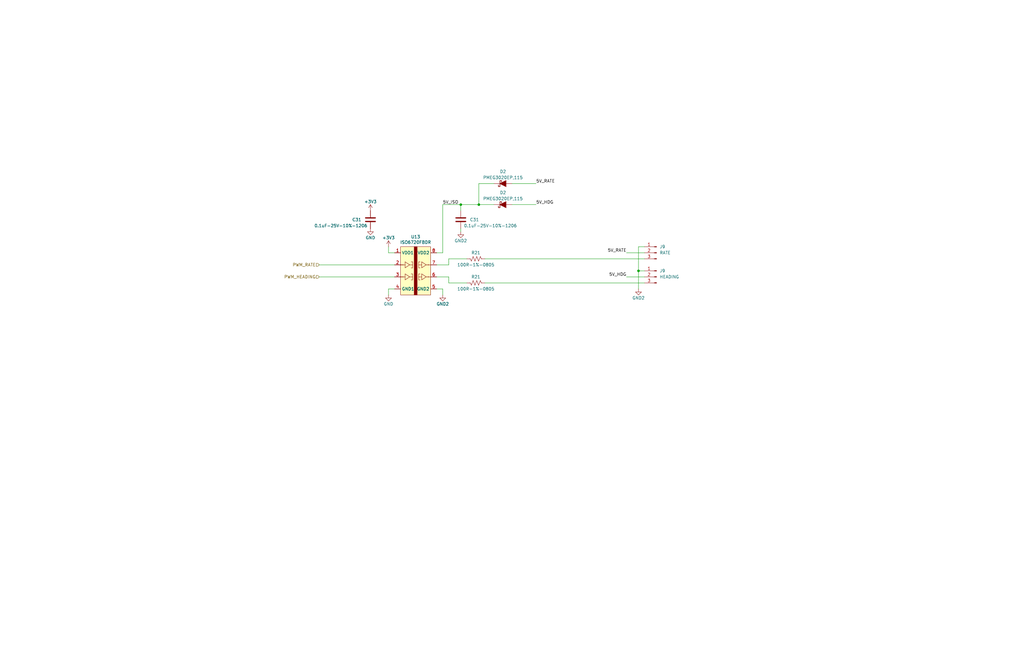
<source format=kicad_sch>
(kicad_sch (version 20230121) (generator eeschema)
  (paper "B")
  (title_block (title "IMU-2X") (rev "3") (company "FRC971 - Spartan Robotics"))
  (lib_symbols
    (symbol "Connector:Conn_01x03_Male" (pin_names (offset 1.016) hide)
      (property "Reference" "J" (at 0 5.08 0))
      (property "Value" "Conn_01x03_Male" (at 0 -5.08 0))
      (symbol "Conn_01x03_Male_1_1"
        (polyline (pts (xy 1.27 -2.54) (xy 0.8636 -2.54)) (stroke (width 0.1524)))
        (polyline (pts (xy 1.27 0) (xy 0.8636 0)) (stroke (width 0.1524)))
        (polyline (pts (xy 1.27 2.54) (xy 0.8636 2.54)) (stroke (width 0.1524)))
        (rectangle (start 0.8636 -2.413) (end 0 -2.667) (stroke (width 0.1524)) (fill (type outline)))
        (rectangle (start 0.8636 0.127) (end 0 -0.127) (stroke (width 0.1524)) (fill (type outline)))
        (rectangle (start 0.8636 2.667) (end 0 2.413) (stroke (width 0.1524)) (fill (type outline)))
        (pin passive line (at 5.08 2.54 180) (length 3.81) (name "Pin_1") (number "1"))
        (pin passive line (at 5.08 0 180) (length 3.81) (name "Pin_2") (number "2"))
        (pin passive line (at 5.08 -2.54 180) (length 3.81) (name "Pin_3") (number "3"))
      )
    )
    (symbol "Device:C" (pin_numbers hide) (pin_names (offset 0.254))
      (property "Reference" "C" (at 0.635 2.54 0))
      (property "Value" "C" (at 0.635 -2.54 0))
      (symbol "C_0_1"
        (polyline (pts (xy -2.032 -0.762) (xy 2.032 -0.762)) (stroke (width 0.508)))
        (polyline (pts (xy -2.032 0.762) (xy 2.032 0.762)) (stroke (width 0.508)))
      )
      (symbol "C_1_1"
        (pin passive line (at 0 3.81 270) (length 2.794) (name "~") (number "1"))
        (pin passive line (at 0 -3.81 90) (length 2.794) (name "~") (number "2"))
      )
    )
    (symbol "Device:D_Schottky" (pin_numbers hide) (pin_names (offset 1.016) hide)
      (property "Reference" "D2" (at -0.3175 -6.35 0))
      (property "Value" "D_Schottky" (at -0.3175 -3.81 0))
      (symbol "D_Schottky_0_1"
        (polyline (pts (xy 1.27 0) (xy -1.27 0)))
        (polyline (pts (xy -1.905 0.635) (xy -1.905 1.27) (xy -1.27 1.27) (xy -1.27 -1.27) (xy -0.635 -1.27) (xy -0.635 -0.635)) (stroke (width 0.254)))
      )
      (symbol "D_Schottky_1_1"
        (polyline (pts (xy 1.27 1.27) (xy 1.27 -1.27) (xy -1.27 0) (xy 1.27 1.27)) (stroke (width 0.254)) (fill (type outline)))
        (pin passive line (at -3.81 0 0) (length 2.54) (name "K") (number "1"))
        (pin passive line (at 3.81 0 180) (length 2.54) (name "A") (number "2"))
      )
    )
    (symbol "Device:R_US" (pin_numbers hide) (pin_names (offset 0))
      (property "Reference" "R" (at 2.54 0 90))
      (property "Value" "R_US" (at -2.54 0 90))
      (symbol "R_US_0_1"
        (polyline (pts (xy 0 -2.286) (xy 0 -2.54)))
        (polyline (pts (xy 0 2.286) (xy 0 2.54)))
        (polyline (pts (xy 0 -0.762) (xy 1.016 -1.143) (xy 0 -1.524) (xy -1.016 -1.905) (xy 0 -2.286)))
        (polyline (pts (xy 0 0.762) (xy 1.016 0.381) (xy 0 0) (xy -1.016 -0.381) (xy 0 -0.762)))
        (polyline (pts (xy 0 2.286) (xy 1.016 1.905) (xy 0 1.524) (xy -1.016 1.143) (xy 0 0.762)))
      )
      (symbol "R_US_1_1"
        (pin passive line (at 0 3.81 270) (length 1.27) (name "~") (number "1"))
        (pin passive line (at 0 -3.81 90) (length 1.27) (name "~") (number "2"))
      )
    )
    (symbol "IMU-2X:ISO6720FBDR"
      (symbol "ISO6720FBDR_0_1"
        (polyline (pts (xy 0 -12.7) (xy 1.27 -12.7)))
        (polyline (pts (xy 0 -7.62) (xy 1.27 -7.62)))
        (polyline (pts (xy 0 -7.62) (xy 1.905 -7.62)))
        (polyline (pts (xy 3.81 -12.7) (xy 5.08 -12.7)))
        (polyline (pts (xy 3.81 -7.62) (xy 5.08 -7.62)))
        (polyline (pts (xy 4.445 -8.89) (xy 5.08 -8.89)))
        (polyline (pts (xy 4.445 -6.35) (xy 5.08 -6.35)))
        (polyline (pts (xy 5.08 -6.35) (xy 5.08 -8.89)))
        (polyline (pts (xy 7.62 -12.7) (xy 8.89 -12.7)))
        (polyline (pts (xy 7.62 -7.62) (xy 8.89 -7.62)))
        (polyline (pts (xy 10.795 -12.7) (xy 12.065 -12.7)))
        (polyline (pts (xy 10.795 -7.62) (xy 12.065 -7.62)))
        (polyline (pts (xy 11.43 -12.7) (xy 12.7 -12.7)))
        (polyline (pts (xy 11.43 -7.62) (xy 12.7 -7.62)))
        (polyline (pts (xy 1.905 -6.35) (xy 1.905 -8.89) (xy 3.81 -7.62) (xy 1.905 -6.35)))
        (polyline (pts (xy 4.445 -11.43) (xy 5.08 -11.43) (xy 5.08 -13.97) (xy 4.445 -13.97)))
        (polyline (pts (xy 8.255 -11.43) (xy 7.62 -11.43) (xy 7.62 -13.97) (xy 8.255 -13.97)))
        (polyline (pts (xy 8.255 -6.35) (xy 7.62 -6.35) (xy 7.62 -8.89) (xy 8.255 -8.89)))
        (polyline (pts (xy 8.89 -11.43) (xy 8.89 -13.97) (xy 10.795 -12.7) (xy 8.89 -11.43)))
        (polyline (pts (xy 8.89 -6.35) (xy 8.89 -8.89) (xy 10.795 -7.62) (xy 8.89 -6.35)))
        (polyline (pts (xy 0 -12.7) (xy 1.905 -12.7) (xy 1.905 -13.97) (xy 3.81 -12.7) (xy 1.905 -11.43) (xy 1.905 -12.7)))
        (rectangle (start 0 0) (end 12.7 -20.32) (fill (type background)))
        (rectangle (start 5.715 0) (end 6.985 -20.32) (fill (type outline)))
      )
      (symbol "ISO6720FBDR_1_1"
        (pin power_in line (at -2.54 -2.54 0) (length 2.54) (name "VDD1") (number "1"))
        (pin input line (at -2.54 -7.62 0) (length 2.54) (name "~") (number "2"))
        (pin input line (at -2.54 -12.7 0) (length 2.54) (name "~") (number "3"))
        (pin passive line (at -2.54 -17.78 0) (length 2.54) (name "GND1") (number "4"))
        (pin passive line (at 15.24 -17.78 180) (length 2.54) (name "GND2") (number "5"))
        (pin output line (at 15.24 -12.7 180) (length 2.54) (name "~") (number "6"))
        (pin output line (at 15.24 -7.62 180) (length 2.54) (name "~") (number "7"))
        (pin power_in line (at 15.24 -2.54 180) (length 2.54) (name "VDD2") (number "8"))
      )
    )
    (symbol "power:+3V3" (power) (pin_names (offset 0))
      (property "Value" "+3V3" (at 0 3.556 0))
      (symbol "+3V3_0_1"
        (polyline (pts (xy -0.762 1.27) (xy 0 2.54)))
        (polyline (pts (xy 0 0) (xy 0 2.54)))
        (polyline (pts (xy 0 2.54) (xy 0.762 1.27)))
      )
      (symbol "+3V3_1_1"
        (pin power_in line (at 0 0 90) (length 0) hide (name "+3V3") (number "1"))
      )
    )
    (symbol "power:GND" (power) (pin_names (offset 0))
      (property "Value" "GND" (at 0 -3.81 0))
      (symbol "GND_0_1"
        (polyline (pts (xy 0 0) (xy 0 -1.27) (xy 1.27 -1.27) (xy 0 -2.54) (xy -1.27 -1.27) (xy 0 -1.27)))
      )
      (symbol "GND_1_1"
        (pin power_in line (at 0 0 270) (length 0) hide (name "GND") (number "1"))
      )
    )
    (symbol "power:GND2" (power) (pin_names (offset 0))
      (property "Value" "GND2" (at 0 -3.81 0))
      (symbol "GND2_0_1"
        (polyline (pts (xy 0 0) (xy 0 -1.27) (xy 1.27 -1.27) (xy 0 -2.54) (xy -1.27 -1.27) (xy 0 -1.27)))
      )
      (symbol "GND2_1_1"
        (pin power_in line (at 0 0 270) (length 0) hide (name "GND2") (number "1"))
      )
    )
  )
  (junction (at 194.31 86.36))
  (junction (at 201.93 86.36))
  (junction (at 269.24 114.3))
  (wire (pts (xy 269.24 121.92) (xy 269.24 114.3)))
  (wire (pts (xy 189.23 111.76) (xy 189.23 109.22)))
  (wire (pts (xy 184.15 116.84) (xy 189.23 116.84)))
  (wire (pts (xy 186.69 124.46) (xy 186.69 121.92)))
  (wire (pts (xy 269.24 114.3) (xy 269.24 104.14)))
  (wire (pts (xy 189.23 116.84) (xy 189.23 119.38)))
  (wire (pts (xy 134.62 116.84) (xy 166.37 116.84)))
  (wire (pts (xy 194.31 96.52) (xy 194.31 97.79)))
  (wire (pts (xy 204.47 109.22) (xy 271.78 109.22)))
  (wire (pts (xy 194.31 86.36) (xy 186.69 86.36)))
  (wire (pts (xy 201.93 86.36) (xy 208.28 86.36)))
  (wire (pts (xy 184.15 111.76) (xy 189.23 111.76)))
  (wire (pts (xy 186.69 106.68) (xy 184.15 106.68)))
  (wire (pts (xy 189.23 109.22) (xy 196.85 109.22)))
  (wire (pts (xy 134.62 111.76) (xy 166.37 111.76)))
  (wire (pts (xy 189.23 119.38) (xy 196.85 119.38)))
  (wire (pts (xy 269.24 114.3) (xy 271.78 114.3)))
  (wire (pts (xy 163.83 124.46) (xy 163.83 121.92)))
  (wire (pts (xy 264.16 116.84) (xy 271.78 116.84)))
  (wire (pts (xy 204.47 119.38) (xy 271.78 119.38)))
  (wire (pts (xy 269.24 104.14) (xy 271.78 104.14)))
  (wire (pts (xy 201.93 86.36) (xy 194.31 86.36)))
  (wire (pts (xy 194.31 86.36) (xy 194.31 88.9)))
  (wire (pts (xy 186.69 86.36) (xy 186.69 106.68)))
  (wire (pts (xy 208.28 77.47) (xy 201.93 77.47)))
  (wire (pts (xy 215.9 86.36) (xy 226.06 86.36)))
  (wire (pts (xy 163.83 121.92) (xy 166.37 121.92)))
  (wire (pts (xy 186.69 121.92) (xy 184.15 121.92)))
  (wire (pts (xy 264.16 106.68) (xy 271.78 106.68)))
  (wire (pts (xy 201.93 77.47) (xy 201.93 86.36)))
  (wire (pts (xy 163.83 104.14) (xy 163.83 106.68)))
  (wire (pts (xy 163.83 106.68) (xy 166.37 106.68)))
  (wire (pts (xy 215.9 77.47) (xy 226.06 77.47)))
  (label "5V_ISO" (at 186.69 86.36 0))
  (label "5V_HDG" (at 264.16 116.84 180))
  (label "5V_RATE" (at 226.06 77.47 0))
  (label "5V_RATE" (at 264.16 106.68 180))
  (label "5V_HDG" (at 226.06 86.36 0))
  (hierarchical_label "PWM_RATE" (shape input) (at 134.62 111.76 180))
  (hierarchical_label "PWM_HEADING" (shape input) (at 134.62 116.84 180))
  (symbol (lib_id "Device:C") (at 156.21 92.71 0) (mirror y) (unit 1)
    (property "Reference" "C31" (at 152.4 92.71 0) (effects (justify left)))
    (property "Value" "0.1uF-25V-10%-1206" (at 154.94 95.25 0) (effects (justify left)))
    (property "Footprint" "Capacitor_SMD:C_1206_3216Metric" (effects hide))
    (instances (project "IMU-2X" (path "" (reference "C31") (unit 1)) (path "" (reference "C41") (unit 1))))
  )
  (symbol (lib_id "power:+3V3") (at 163.83 104.14 0) (unit 1)
    (property "Reference" "#PWR037" (effects hide))
    (property "Value" "+3V3" (at 163.83 100.33 0))
    (instances (project "IMU-2X" (path "" (reference "#PWR037") (unit 1)) (path "" (reference "#PWR090") (unit 1))))
  )
  (symbol (lib_id "Device:D_Schottky") (at 212.09 77.47 0) (mirror x) (unit 1)
    (property "Reference" "D2" (at 212.09 72.39 0))
    (property "Value" "PMEG3020EP,115" (at 212.09 74.93 0))
    (property "Footprint" "IMU-2X:D_SOD-128" (effects hide))
    (property "Datasheet" "Components/Nexperia-PMEG3020EP.pdf" (effects hide))
    (property "MFG" "Nexperia" (effects hide))
    (property "MFG P/N" "PMEG3020EP,115" (effects hide))
    (property "DIST" "Digikey" (effects hide))
    (property "DIST P/N" "1727-5836-1-ND" (effects hide))
    (instances (project "IMU-2X" (path "" (reference "D2") (unit 1)) (path "" (reference "D4") (unit 1))))
  )
  (symbol (lib_id "Device:D_Schottky") (at 212.09 86.36 0) (mirror x) (unit 1)
    (property "Reference" "D2" (at 212.09 81.28 0))
    (property "Value" "PMEG3020EP,115" (at 212.09 83.82 0))
    (property "Footprint" "IMU-2X:D_SOD-128" (effects hide))
    (property "Datasheet" "Components/Nexperia-PMEG3020EP.pdf" (effects hide))
    (property "MFG" "Nexperia" (effects hide))
    (property "MFG P/N" "PMEG3020EP,115" (effects hide))
    (property "DIST" "Digikey" (effects hide))
    (property "DIST P/N" "1727-5836-1-ND" (effects hide))
    (instances (project "IMU-2X" (path "" (reference "D2") (unit 1)) (path "" (reference "D5") (unit 1))))
  )
  (symbol (lib_id "IMU-2X:ISO6720FBDR") (at 168.91 104.14 0) (unit 1)
    (property "Reference" "U13" (at 175.26 99.949 0))
    (property "Value" "ISO6720FBDR" (at 175.26 102.2604 0))
    (property "Footprint" "Package_SO:SO-8_3.9x4.9mm_P1.27mm" (effects hide))
    (property "Datasheet" "Components/TI-iso6721.pdf" (effects hide))
    (property "MFG" "Texas Instruments" (effects hide))
    (property "MFG P/N" "ISO6720FBDR" (effects hide))
    (property "DIST" "Digikey" (effects hide))
    (property "DIST P/N" "296-ISO6720FBDRCT-ND" (effects hide))
  )
  (symbol (lib_id "Device:C") (at 194.31 92.71 0) (unit 1)
    (property "Reference" "C31" (at 198.12 92.71 0) (effects (justify left)))
    (property "Value" "0.1uF-25V-10%-1206" (at 195.58 95.25 0) (effects (justify left)))
    (property "Footprint" "Capacitor_SMD:C_1206_3216Metric" (effects hide))
    (instances (project "IMU-2X" (path "" (reference "C31") (unit 1)) (path "" (reference "C42") (unit 1))))
  )
  (symbol (lib_id "Connector:Conn_01x03_Male") (at 276.86 116.84 0) (mirror y) (unit 1)
    (property "Reference" "J9" (at 278.13 114.3 0) (effects (justify right)))
    (property "Value" "HEADING" (at 278.13 116.84 0) (effects (justify right)))
    (property "Footprint" "IMU-2X:70541-0002" (effects hide))
    (property "Datasheet" "Components/Molex 70541-series-drawing.pdf" (effects hide))
    (property "MFG" "Molex" (effects hide))
    (property "MFG P/N" "70541-0002" (effects hide))
    (property "DIST" "Digikey" (effects hide))
    (property "DIST P/N" "WM7991-ND" (effects hide))
    (instances (project "RRIB2" (path "" (reference "J9") (unit 1))) (project "IMU-2X" (path "" (reference "J7") (unit 1))))
  )
  (symbol (lib_id "Device:R_US") (at 200.66 119.38 270) (mirror x) (unit 1)
    (property "Reference" "R21" (at 200.66 116.84 90))
    (property "Value" "100R-1%-0805" (at 200.66 121.92 90))
    (property "Footprint" "Resistor_SMD:R_0805_2012Metric" (effects hide))
    (property "Datasheet" "Components/Yageo-PYu-RC_Group_51_RoHS_L_12.pdf" (effects hide))
    (property "DIST" "Digikey" (effects hide))
    (property "DIST P/N" "311-100CRCT-ND" (effects hide))
    (property "MFG" "Yageo" (effects hide))
    (property "MFG P/N" "RC0805FR-07100RL" (effects hide))
    (instances (project "IMU-2X" (path "" (reference "R21") (unit 1)) (path "" (reference "R20") (unit 1)) (path "" (reference "R23") (unit 1))))
  )
  (symbol (lib_id "Connector:Conn_01x03_Male") (at 276.86 106.68 0) (mirror y) (unit 1)
    (property "Reference" "J9" (at 278.13 104.14 0) (effects (justify right)))
    (property "Value" "RATE" (at 278.13 106.68 0) (effects (justify right)))
    (property "Footprint" "IMU-2X:70541-0002" (effects hide))
    (property "Datasheet" "Components/Molex 70541-series-drawing.pdf" (effects hide))
    (property "MFG" "Molex" (effects hide))
    (property "MFG P/N" "70541-0002" (effects hide))
    (property "DIST" "Digikey" (effects hide))
    (property "DIST P/N" "WM7991-ND" (effects hide))
    (instances (project "RRIB2" (path "" (reference "J9") (unit 1))) (project "IMU-2X" (path "" (reference "J5") (unit 1))))
  )
  (symbol (lib_id "Device:R_US") (at 200.66 109.22 270) (mirror x) (unit 1)
    (property "Reference" "R21" (at 200.66 106.68 90))
    (property "Value" "100R-1%-0805" (at 200.66 111.76 90))
    (property "Footprint" "Resistor_SMD:R_0805_2012Metric" (effects hide))
    (property "Datasheet" "Components/Yageo-PYu-RC_Group_51_RoHS_L_12.pdf" (effects hide))
    (property "DIST" "Digikey" (effects hide))
    (property "DIST P/N" "311-100CRCT-ND" (effects hide))
    (property "MFG" "Yageo" (effects hide))
    (property "MFG P/N" "RC0805FR-07100RL" (effects hide))
    (instances (project "IMU-2X" (path "" (reference "R21") (unit 1)) (path "" (reference "R20") (unit 1)) (path "" (reference "R19") (unit 1))))
  )
  (symbol (lib_id "power:GND") (at 156.21 96.52 0) (unit 1)
    (property "Reference" "#PWR035" (effects hide))
    (property "Value" "GND" (at 156.21 100.33 0))
    (instances (project "IMU-2X" (path "" (reference "#PWR035") (unit 1)) (path "" (reference "#PWR089") (unit 1))))
  )
  (symbol (lib_id "power:GND2") (at 269.24 121.92 0) (unit 1)
    (property "Reference" "#PWR092" (effects hide))
    (property "Value" "GND2" (at 269.24 125.73 0))
  )
  (symbol (lib_id "power:GND2") (at 194.31 97.79 0) (unit 1)
    (property "Reference" "#PWR077" (effects hide))
    (property "Value" "GND2" (at 194.31 101.6 0))
  )
  (symbol (lib_id "power:GND") (at 163.83 124.46 0) (unit 1)
    (property "Reference" "#PWR035" (effects hide))
    (property "Value" "GND" (at 163.83 128.27 0))
    (instances (project "IMU-2X" (path "" (reference "#PWR035") (unit 1)) (path "" (reference "#PWR091") (unit 1))))
  )
  (symbol (lib_id "power:+3V3") (at 156.21 88.9 0) (unit 1)
    (property "Reference" "#PWR037" (effects hide))
    (property "Value" "+3V3" (at 156.21 85.09 0))
    (instances (project "IMU-2X" (path "" (reference "#PWR037") (unit 1)) (path "" (reference "#PWR088") (unit 1))))
  )
  (symbol (lib_id "power:GND2") (at 186.69 124.46 0) (unit 1)
    (property "Reference" "#PWR079" (effects hide))
    (property "Value" "GND2" (at 186.69 128.27 0))
  )
)
</source>
